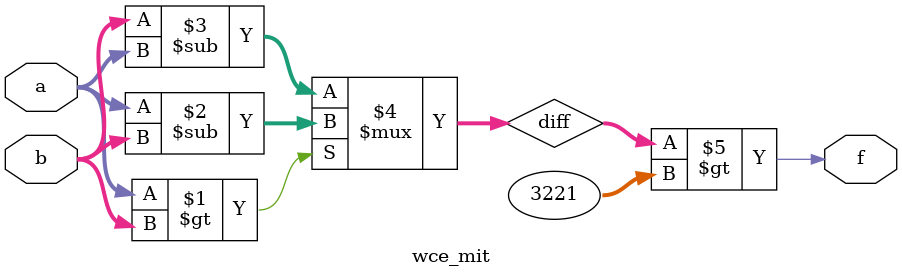
<source format=v>
module wce_mit(a, b, f);
parameter _bit = 33;
parameter wce = 3221;
input [_bit - 1: 0] a;
input [_bit - 1: 0] b;
output f;
wire [_bit - 1: 0] diff;
assign diff = (a > b)? (a - b): (b - a);
assign f = (diff > wce);
endmodule

</source>
